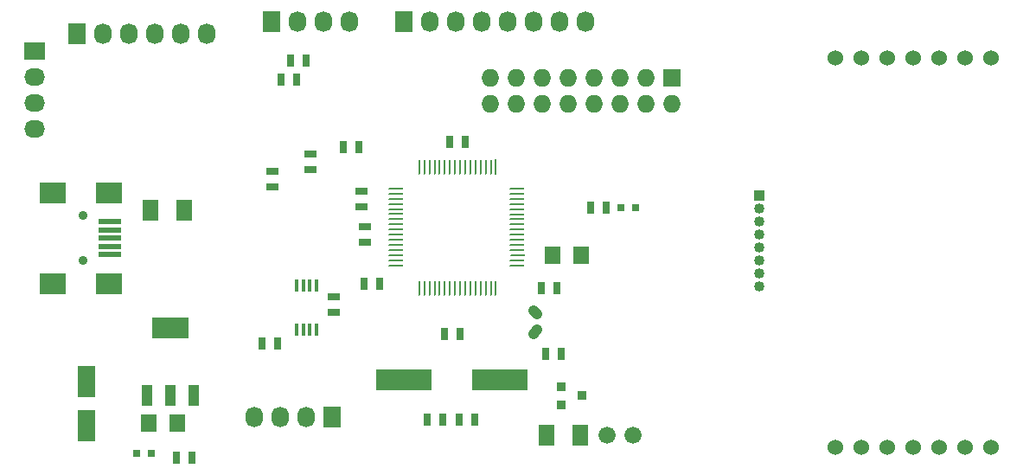
<source format=gts>
%FSLAX46Y46*%
G04 Gerber Fmt 4.6, Leading zero omitted, Abs format (unit mm)*
G04 Created by KiCad (PCBNEW (2014-08-02 BZR 5044)-product) date 13.08.2014 13:27:26*
%MOMM*%
G01*
G04 APERTURE LIST*
%ADD10C,0.150000*%
%ADD11R,1.143000X0.635000*%
%ADD12R,0.248920X1.524000*%
%ADD13O,0.248920X1.524000*%
%ADD14O,1.524000X0.248920*%
%ADD15R,1.016000X1.016000*%
%ADD16C,1.016000*%
%ADD17R,1.600200X1.803400*%
%ADD18R,2.301240X0.500380*%
%ADD19R,2.499360X1.998980*%
%ADD20C,0.899160*%
%ADD21R,0.797560X0.797560*%
%ADD22C,1.676400*%
%ADD23R,1.727200X2.032000*%
%ADD24O,1.727200X2.032000*%
%ADD25R,2.032000X1.727200*%
%ADD26O,2.032000X1.727200*%
%ADD27R,1.727200X1.727200*%
%ADD28O,1.727200X1.727200*%
%ADD29R,3.657600X2.032000*%
%ADD30R,1.016000X2.032000*%
%ADD31R,5.499100X1.998980*%
%ADD32R,1.800860X3.149600*%
%ADD33R,0.635000X1.143000*%
%ADD34R,1.524000X2.032000*%
%ADD35C,1.524000*%
%ADD36R,0.914400X0.914400*%
%ADD37R,0.381000X1.270000*%
%ADD38C,1.000760*%
G04 APERTURE END LIST*
D10*
D11*
X47500000Y-34662000D03*
X47500000Y-33138000D03*
D12*
X60649040Y-30730060D03*
D13*
X60148660Y-30730060D03*
X59648280Y-30730060D03*
X59147900Y-30730060D03*
X58647520Y-30730060D03*
X58149680Y-30730060D03*
X57649300Y-30730060D03*
X57148920Y-30730060D03*
X56648540Y-30730060D03*
X56148160Y-30730060D03*
X55647780Y-30730060D03*
X55149940Y-30730060D03*
X54649560Y-30730060D03*
X54149180Y-30730060D03*
X53648800Y-30730060D03*
X53148420Y-30730060D03*
D14*
X50867500Y-32850960D03*
X50867500Y-33351340D03*
X50867500Y-33851720D03*
X50867500Y-34352100D03*
X50867500Y-34852480D03*
X50867500Y-35350320D03*
X50867500Y-35850700D03*
X50867500Y-36351080D03*
X50867500Y-36851460D03*
X50867500Y-37351840D03*
X50867500Y-37852220D03*
X50867500Y-38350060D03*
X50867500Y-38850440D03*
X50867500Y-39350820D03*
X50867500Y-39851200D03*
X50867500Y-40351580D03*
D13*
X53148420Y-42632500D03*
X53648800Y-42632500D03*
X54149180Y-42632500D03*
X54649560Y-42632500D03*
X55149940Y-42632500D03*
X55647780Y-42632500D03*
X56148160Y-42632500D03*
X56648540Y-42632500D03*
X57148920Y-42632500D03*
X57649300Y-42632500D03*
X58149680Y-42632500D03*
X58647520Y-42632500D03*
X59147900Y-42632500D03*
X59648280Y-42632500D03*
X60148660Y-42632500D03*
X60649040Y-42632500D03*
D14*
X62769940Y-40351580D03*
X62769940Y-39851200D03*
X62769940Y-38850440D03*
X62787720Y-39350820D03*
X62769940Y-38350060D03*
X62769940Y-37852220D03*
X62769940Y-37351840D03*
X62769940Y-36851460D03*
X62769940Y-36351080D03*
X62769940Y-35850700D03*
X62769940Y-35357940D03*
X62769940Y-34857560D03*
X62769940Y-34357180D03*
X62769940Y-33856800D03*
X62769940Y-33358960D03*
X62769940Y-32858580D03*
D15*
X86430000Y-33555000D03*
D16*
X86430000Y-34825000D03*
X86430000Y-36095000D03*
X86430000Y-37365000D03*
X86430000Y-38635000D03*
X86430000Y-39905000D03*
X86430000Y-41175000D03*
X86430000Y-42445000D03*
D17*
X68997000Y-39400000D03*
X66203000Y-39400000D03*
X29497000Y-55800000D03*
X26703000Y-55800000D03*
D18*
X22849320Y-36099800D03*
X22849320Y-36899900D03*
X22849320Y-37700000D03*
X22849320Y-38500100D03*
X22849320Y-39300200D03*
D19*
X22750260Y-33249920D03*
X17251160Y-33249920D03*
X22750260Y-42150080D03*
X17251160Y-42150080D03*
D20*
X20250900Y-35500360D03*
X20250900Y-39899640D03*
D21*
X26949300Y-58800000D03*
X25450700Y-58800000D03*
X72850700Y-34700000D03*
X74349300Y-34700000D03*
D22*
X71530000Y-57000000D03*
X74070000Y-57000000D03*
D23*
X38690000Y-16500000D03*
D24*
X41230000Y-16500000D03*
X43770000Y-16500000D03*
X46310000Y-16500000D03*
D25*
X15500000Y-19390000D03*
D26*
X15500000Y-21930000D03*
X15500000Y-24470000D03*
X15500000Y-27010000D03*
D27*
X77890000Y-22030000D03*
D28*
X77890000Y-24570000D03*
X75350000Y-22030000D03*
X75350000Y-24570000D03*
X72810000Y-22030000D03*
X72810000Y-24570000D03*
X70270000Y-22030000D03*
X70270000Y-24570000D03*
X67730000Y-22030000D03*
X67730000Y-24570000D03*
X65190000Y-22030000D03*
X65190000Y-24570000D03*
X62650000Y-22030000D03*
X62650000Y-24570000D03*
X60110000Y-22030000D03*
X60110000Y-24570000D03*
D29*
X28800000Y-46498000D03*
D30*
X28800000Y-53102000D03*
X31086000Y-53102000D03*
X26514000Y-53102000D03*
D31*
X60999000Y-51600000D03*
X51601000Y-51600000D03*
D32*
X20600000Y-56025980D03*
X20600000Y-51774020D03*
D23*
X19650000Y-17700000D03*
D24*
X22190000Y-17700000D03*
X24730000Y-17700000D03*
X27270000Y-17700000D03*
X29810000Y-17700000D03*
X32350000Y-17700000D03*
D33*
X30862000Y-59200000D03*
X29338000Y-59200000D03*
D11*
X38800000Y-31138000D03*
X38800000Y-32662000D03*
D33*
X69938000Y-34700000D03*
X71462000Y-34700000D03*
D34*
X65649000Y-57000000D03*
X68951000Y-57000000D03*
D33*
X40538000Y-20300000D03*
X42062000Y-20300000D03*
X39638000Y-22200000D03*
X41162000Y-22200000D03*
X45738000Y-28800000D03*
X47262000Y-28800000D03*
D35*
X93880000Y-58180000D03*
X96420000Y-58180000D03*
X98960000Y-58180000D03*
X101500000Y-58180000D03*
X104040000Y-58180000D03*
X106580000Y-58180000D03*
X109120000Y-58180000D03*
X109120000Y-20080000D03*
X106580000Y-20080000D03*
X104040000Y-20080000D03*
X101500000Y-20080000D03*
X98960000Y-20080000D03*
X96420000Y-20080000D03*
X93880000Y-20080000D03*
D36*
X67084000Y-53989000D03*
X67084000Y-52211000D03*
X69116000Y-53100000D03*
D11*
X44800000Y-43438000D03*
X44800000Y-44962000D03*
D33*
X57162000Y-47100000D03*
X55638000Y-47100000D03*
X65538000Y-49000000D03*
X67062000Y-49000000D03*
X65138000Y-42600000D03*
X66662000Y-42600000D03*
X57662000Y-28300000D03*
X56138000Y-28300000D03*
D11*
X47800000Y-36538000D03*
X47800000Y-38062000D03*
D33*
X53938000Y-55500000D03*
X55462000Y-55500000D03*
X58562000Y-55500000D03*
X57038000Y-55500000D03*
D11*
X42500000Y-29438000D03*
X42500000Y-30962000D03*
D23*
X51610000Y-16500000D03*
D24*
X54150000Y-16500000D03*
X56690000Y-16500000D03*
X59230000Y-16500000D03*
X61770000Y-16500000D03*
X64310000Y-16500000D03*
X66850000Y-16500000D03*
X69390000Y-16500000D03*
D33*
X39262000Y-48000000D03*
X37738000Y-48000000D03*
D37*
X43075360Y-42341000D03*
X42425120Y-42341000D03*
X41774880Y-42341000D03*
X41124640Y-42341000D03*
X41124640Y-46659000D03*
X41774880Y-46659000D03*
X42425120Y-46659000D03*
X43075360Y-46659000D03*
D23*
X44610000Y-55200000D03*
D24*
X42070000Y-55200000D03*
X39530000Y-55200000D03*
X36990000Y-55200000D03*
D34*
X30151000Y-35000000D03*
X26849000Y-35000000D03*
D33*
X47738000Y-42200000D03*
X49262000Y-42200000D03*
D38*
X64311155Y-44761855D02*
X64664977Y-45115677D01*
X64664977Y-46684323D02*
X64311155Y-47038145D01*
M02*

</source>
